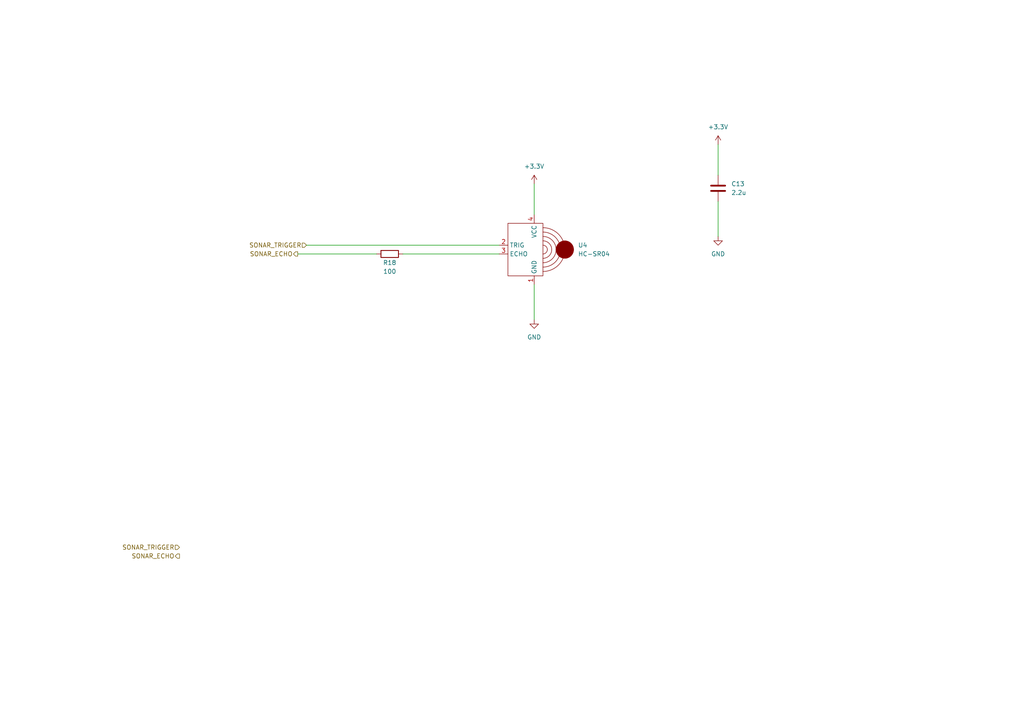
<source format=kicad_sch>
(kicad_sch (version 20230121) (generator eeschema)
  (paper "A4")
  (lib_symbols
    (symbol "Device:C" (pin_numbers hide) (pin_names (offset 0.254))
      (property "Reference" "C" (at 0.635 2.54 0))
      (property "Value" "C" (at 0.635 -2.54 0))
      (symbol "C_0_1"
        (polyline (pts (xy -2.032 -0.762) (xy 2.032 -0.762)) (stroke (width 0.508)))
        (polyline (pts (xy -2.032 0.762) (xy 2.032 0.762)) (stroke (width 0.508)))
      )
      (symbol "C_1_1"
        (pin passive line (at 0 3.81 270) (length 2.794) (name "~") (number "1"))
        (pin passive line (at 0 -3.81 90) (length 2.794) (name "~") (number "2"))
      )
    )
    (symbol "Device:R" (pin_numbers hide) (pin_names (offset 0))
      (property "Reference" "R" (at 2.032 0 90))
      (property "Value" "R" (at 0 0 90))
      (symbol "R_0_1"
        (rectangle (start -1.016 -2.54) (end 1.016 2.54) (stroke (width 0.254)))
      )
      (symbol "R_1_1"
        (pin passive line (at 0 3.81 270) (length 1.27) (name "~") (number "1"))
        (pin passive line (at 0 -3.81 90) (length 1.27) (name "~") (number "2"))
      )
    )
    (symbol "minimouse:HC-SR04"
      (property "Reference" "U" (at 0 0 0))
      (property "Value" "HC-SR04" (at 0 0 0))
      (symbol "HC-SR04_0_1"
        (rectangle (start -7.62 7.62) (end 2.54 -7.62))
        (arc (start 2.54 -6.35) (mid 7.0301 -4.4901) (end 8.89 0))
        (arc (start 2.54 -5.08) (mid 6.1321 -3.5921) (end 7.62 0))
        (arc (start 2.54 -3.81) (mid 5.2341 -2.6941) (end 6.35 0))
        (arc (start 2.54 -2.54) (mid 4.3361 -1.7961) (end 5.08 0))
        (arc (start 2.54 -1.27) (mid 3.438 -0.898) (end 3.81 0))
        (arc (start 3.81 0) (mid 3.438 0.898) (end 2.54 1.27))
        (arc (start 5.08 0) (mid 4.3361 1.7961) (end 2.54 2.54))
        (arc (start 6.35 0) (mid 5.2341 2.6941) (end 2.54 3.81))
        (arc (start 7.62 0) (mid 6.1321 3.5921) (end 2.54 5.08))
        (arc (start 8.89 0) (mid 7.0301 4.4901) (end 2.54 6.35))
      )
      (symbol "HC-SR04_1_1"
        (circle (center 8.89 0) (radius 2.54) (fill (type outline)))
        (pin power_in line (at 0 -10.16 90) (length 2.54) (name "GND") (number "1"))
        (pin input line (at -10.16 1.27 0) (length 2.54) (name "TRIG") (number "2"))
        (pin output line (at -10.16 -1.27 0) (length 2.54) (name "ECHO") (number "3"))
        (pin power_in line (at 0 10.16 270) (length 2.54) (name "VCC") (number "4"))
      )
    )
    (symbol "power:+3.3V" (power) (pin_names (offset 0))
      (property "Value" "+3.3V" (at 0 3.556 0))
      (symbol "+3.3V_0_1"
        (polyline (pts (xy -0.762 1.27) (xy 0 2.54)))
        (polyline (pts (xy 0 0) (xy 0 2.54)))
        (polyline (pts (xy 0 2.54) (xy 0.762 1.27)))
      )
      (symbol "+3.3V_1_1"
        (pin power_in line (at 0 0 90) (length 0) hide (name "+3.3V") (number "1"))
      )
    )
    (symbol "power:GND" (power) (pin_names (offset 0))
      (property "Value" "GND" (at 0 -3.81 0))
      (symbol "GND_0_1"
        (polyline (pts (xy 0 0) (xy 0 -1.27) (xy 1.27 -1.27) (xy 0 -2.54) (xy -1.27 -1.27) (xy 0 -1.27)))
      )
      (symbol "GND_1_1"
        (pin power_in line (at 0 0 270) (length 0) hide (name "GND") (number "1"))
      )
    )
  )
  (wire (pts (xy 154.94 53.34) (xy 154.94 62.23)))
  (wire (pts (xy 86.36 73.66) (xy 109.22 73.66)))
  (wire (pts (xy 208.28 58.42) (xy 208.28 68.58)))
  (wire (pts (xy 88.9 71.12) (xy 144.78 71.12)))
  (wire (pts (xy 208.28 41.91) (xy 208.28 50.8)))
  (wire (pts (xy 116.84 73.66) (xy 144.78 73.66)))
  (wire (pts (xy 154.94 82.55) (xy 154.94 92.71)))
  (hierarchical_label "SONAR_TRIGGER" (shape input) (at 52.07 158.75 180))
  (hierarchical_label "SONAR_ECHO" (shape output) (at 52.07 161.29 180))
  (hierarchical_label "SONAR_TRIGGER" (shape input) (at 88.9 71.12 180))
  (hierarchical_label "SONAR_ECHO" (shape output) (at 86.36 73.66 180))
  (symbol (lib_id "power:+3.3V") (at 154.94 53.34 0) (unit 1)
    (property "Reference" "#PWR030" (effects hide))
    (property "Value" "+3.3V" (at 154.94 48.26 0))
  )
  (symbol (lib_id "power:GND") (at 154.94 92.71 0) (unit 1)
    (property "Reference" "#PWR031" (effects hide))
    (property "Value" "GND" (at 154.94 97.79 0))
  )
  (symbol (lib_id "Device:R") (at 113.03 73.66 90) (unit 1)
    (property "Reference" "R18" (at 113.03 76.2 90))
    (property "Value" "100" (at 113.03 78.74 90))
    (property "Footprint" "Resistor_SMD:R_0603_1608Metric" (effects hide))
  )
  (symbol (lib_id "power:+3.3V") (at 208.28 41.91 0) (unit 1)
    (property "Reference" "#PWR028" (effects hide))
    (property "Value" "+3.3V" (at 208.28 36.83 0))
  )
  (symbol (lib_id "Device:C") (at 208.28 54.61 0) (unit 1)
    (property "Reference" "C13" (at 212.09 53.34 0) (effects (justify left)))
    (property "Value" "2.2u" (at 212.09 55.88 0) (effects (justify left)))
    (property "Footprint" "Capacitor_SMD:C_0603_1608Metric" (effects hide))
  )
  (symbol (lib_id "minimouse:HC-SR04") (at 154.94 72.39 0) (unit 1)
    (property "Reference" "U4" (at 167.64 71.12 0) (effects (justify left)))
    (property "Value" "HC-SR04" (at 167.64 73.66 0) (effects (justify left)))
    (property "Footprint" "minimouse:HC-SR04" (effects hide))
  )
  (symbol (lib_id "power:GND") (at 208.28 68.58 0) (unit 1)
    (property "Reference" "#PWR029" (effects hide))
    (property "Value" "GND" (at 208.28 73.66 0))
  )
)
</source>
